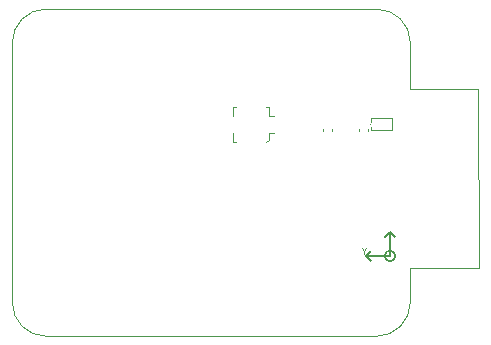
<source format=gbr>
%TF.GenerationSoftware,KiCad,Pcbnew,8.0.0*%
%TF.CreationDate,2024-03-10T12:34:59+00:00*%
%TF.ProjectId,MoveCritic_FBTM_RF,4d6f7665-4372-4697-9469-635f4642544d,rev?*%
%TF.SameCoordinates,PX7ee4219PY616af6f*%
%TF.FileFunction,Legend,Top*%
%TF.FilePolarity,Positive*%
%FSLAX46Y46*%
G04 Gerber Fmt 4.6, Leading zero omitted, Abs format (unit mm)*
G04 Created by KiCad (PCBNEW 8.0.0) date 2024-03-10 12:34:59*
%MOMM*%
%LPD*%
G01*
G04 APERTURE LIST*
%ADD10C,0.150000*%
%ADD11C,0.125000*%
%ADD12C,0.120000*%
%ADD13C,0.100000*%
%TA.AperFunction,Profile*%
%ADD14C,0.100000*%
%TD*%
G04 APERTURE END LIST*
D10*
X32030000Y8770000D02*
X32430000Y8370000D01*
X32030000Y6770000D02*
X30029999Y6770000D01*
X32030000Y6770000D02*
X32030000Y8770000D01*
X32030000Y8770000D02*
X31630000Y8370000D01*
X30029999Y6770000D02*
X30430000Y7170000D01*
X32477214Y6770000D02*
G75*
G02*
X31582786Y6770000I-447214J0D01*
G01*
X31582786Y6770000D02*
G75*
G02*
X32477214Y6770000I447214J0D01*
G01*
X30029999Y6770000D02*
X30430000Y6370000D01*
D11*
X29826521Y7175786D02*
X29826521Y6937691D01*
X29659855Y7437691D02*
X29826521Y7175786D01*
X29826521Y7175786D02*
X29993188Y7437691D01*
D12*
%TO.C,J1*%
X18750000Y19410001D02*
X18950000Y19410001D01*
X18750000Y18610001D02*
X18750000Y19410001D01*
X18750000Y16410001D02*
X18750000Y17210001D01*
X18950000Y16410001D02*
X18750000Y16410001D01*
X21550000Y19410001D02*
X21750000Y19410001D01*
X21750000Y19410001D02*
X21750000Y18610001D01*
X21750000Y18610001D02*
X22250000Y18610001D01*
X21750000Y17210001D02*
X21750000Y16610001D01*
X21750000Y17210001D02*
X22250000Y17210001D01*
X21750000Y16610001D02*
X21550000Y16410001D01*
%TO.C,C14*%
X26367501Y17532834D02*
X26367501Y17317162D01*
X27087501Y17532834D02*
X27087501Y17317162D01*
%TO.C,C15*%
X29417500Y17532836D02*
X29417500Y17317164D01*
X30137500Y17532836D02*
X30137500Y17317164D01*
D13*
%TO.C,FLT1*%
X30387500Y18430000D02*
X32177500Y18430000D01*
X30387500Y18120000D02*
X30387500Y18430000D01*
X30387500Y17430000D02*
X30387500Y17710000D01*
X32177500Y18430000D02*
X32177500Y17430000D01*
X32177500Y17430000D02*
X30387500Y17430000D01*
X30428731Y17910000D02*
G75*
G02*
X30346269Y17910000I-41231J0D01*
G01*
X30346269Y17910000D02*
G75*
G02*
X30428731Y17910000I41231J0D01*
G01*
%TD*%
D14*
X33750002Y2819999D02*
X33750002Y5729999D01*
X2900001Y-30000D02*
X30900001Y-30002D01*
X33750002Y5729999D02*
X33822501Y5730000D01*
X33750002Y2819999D02*
G75*
G02*
X30900001Y-30004I-2850003J0D01*
G01*
X30900001Y27669999D02*
G75*
G02*
X33749999Y24820000I-2J-2850000D01*
G01*
X33750000Y24820000D02*
X33750002Y20929999D01*
X2900001Y-30000D02*
G75*
G02*
X50000Y2819999I-2J2849999D01*
G01*
X50001Y24819999D02*
X50001Y2819999D01*
X33750002Y20929999D02*
X33812502Y20930000D01*
X50001Y24819999D02*
G75*
G02*
X2900000Y27669997I2849998J0D01*
G01*
X30900001Y27669999D02*
X2900000Y27669998D01*
%TO.C,AE1*%
X39515001Y20930001D02*
X33815001Y20930001D01*
X39515001Y20930001D02*
X39525001Y5730001D01*
X39525001Y5730001D02*
X33825001Y5730001D01*
%TD*%
M02*

</source>
